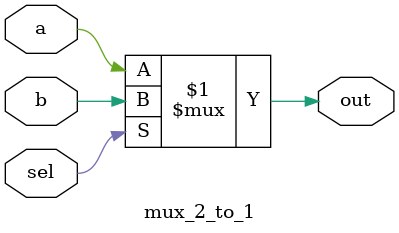
<source format=v>
module mux_2_to_1 (
    input  wire a,    // Input 0
    input  wire b,    // Input 1
    input  wire sel,  // Select signal
    output wire out   // Output
);

    assign out = sel ? b : a; // Conditional assignment based on 'sel'

endmodule

</source>
